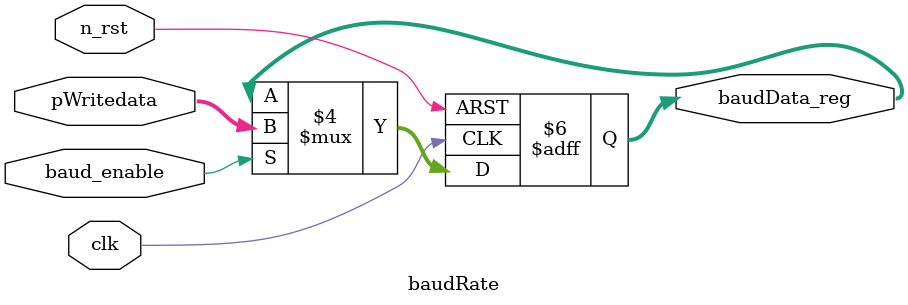
<source format=sv>


module baudRate
(
	input wire clk, n_rst,
	// inputs from APB Slave Interface
	input wire baud_enable,
	input wire [31:0] pWritedata, 

	// output to APB Slave Interface
	output reg [31:0] baudData_reg
);


// status register
always_ff @ (posedge clk, negedge n_rst)
begin
	if(n_rst == 0) begin
		baudData_reg <= '0;
	end else begin
		if (baud_enable == 1) begin
			baudData_reg[31:0] <= pWritedata[31:0];
		end
	end
end



endmodule
 

</source>
